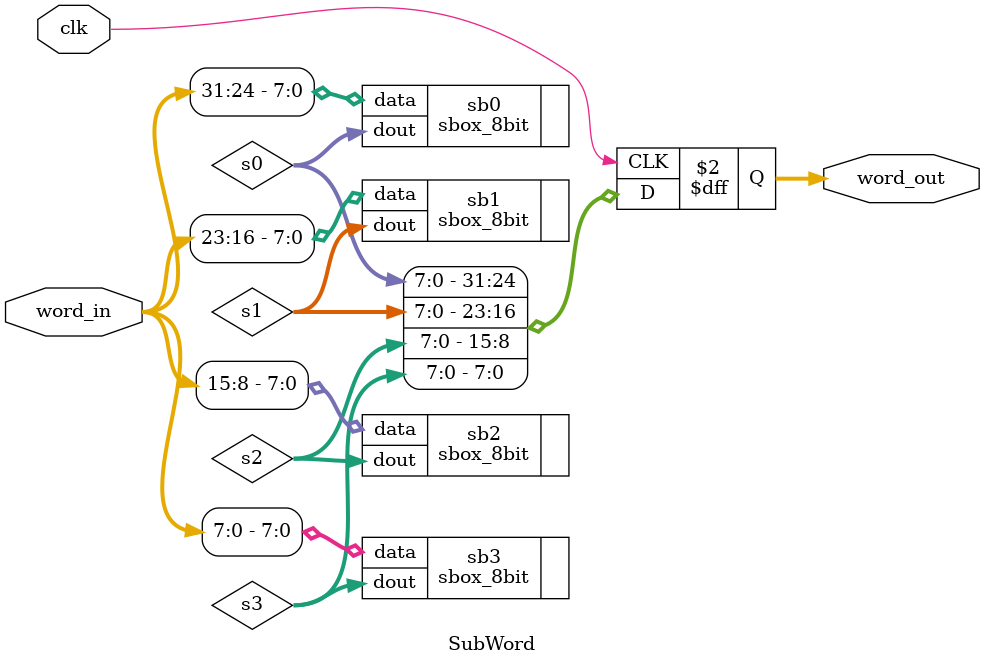
<source format=v>
`timescale 1ns/1ps
module SubWord(
    input clk,
    input [31:0] word_in,
    output reg [31:0] word_out
);
    wire [7:0] s0, s1, s2, s3;
    // Giả sử module sbox_8bit có cổng: input [7:0] data, output [7:0] dout.
    sbox_8bit sb0 (.data(word_in[31:24]), .dout(s0));
    sbox_8bit sb1 (.data(word_in[23:16]), .dout(s1));
    sbox_8bit sb2 (.data(word_in[15:8]),  .dout(s2));
    sbox_8bit sb3 (.data(word_in[7:0]),   .dout(s3));

    always @(posedge clk) begin
        word_out <= {s0, s1, s2, s3};
    end
endmodule

</source>
